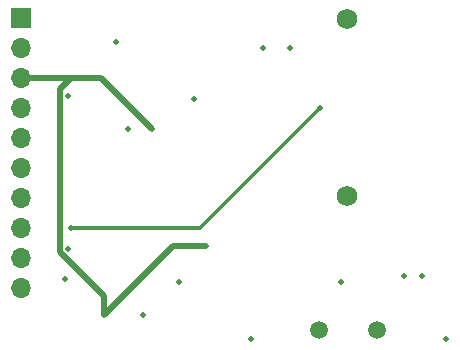
<source format=gbr>
G04 #@! TF.GenerationSoftware,KiCad,Pcbnew,(5.1.7)-1*
G04 #@! TF.CreationDate,2020-12-17T15:43:41-06:00*
G04 #@! TF.ProjectId,analog_pcb,616e616c-6f67-45f7-9063-622e6b696361,2.0*
G04 #@! TF.SameCoordinates,Original*
G04 #@! TF.FileFunction,Copper,L4,Bot*
G04 #@! TF.FilePolarity,Positive*
%FSLAX46Y46*%
G04 Gerber Fmt 4.6, Leading zero omitted, Abs format (unit mm)*
G04 Created by KiCad (PCBNEW (5.1.7)-1) date 2020-12-17 15:43:41*
%MOMM*%
%LPD*%
G01*
G04 APERTURE LIST*
G04 #@! TA.AperFunction,ComponentPad*
%ADD10O,1.700000X1.700000*%
G04 #@! TD*
G04 #@! TA.AperFunction,ComponentPad*
%ADD11R,1.700000X1.700000*%
G04 #@! TD*
G04 #@! TA.AperFunction,ComponentPad*
%ADD12C,1.750000*%
G04 #@! TD*
G04 #@! TA.AperFunction,ComponentPad*
%ADD13C,1.500000*%
G04 #@! TD*
G04 #@! TA.AperFunction,ViaPad*
%ADD14C,0.508000*%
G04 #@! TD*
G04 #@! TA.AperFunction,Conductor*
%ADD15C,0.508000*%
G04 #@! TD*
G04 #@! TA.AperFunction,Conductor*
%ADD16C,0.304800*%
G04 #@! TD*
G04 APERTURE END LIST*
D10*
X116940000Y-89700000D03*
X116940000Y-87160000D03*
X116940000Y-84620000D03*
X116940000Y-82080000D03*
X116940000Y-79540000D03*
X116940000Y-77000000D03*
X116940000Y-74460000D03*
X116940000Y-71920000D03*
X116940000Y-69380000D03*
D11*
X116940000Y-66840000D03*
D12*
X144526000Y-81922000D03*
X144526000Y-66922000D03*
D13*
X147066000Y-93218000D03*
X142186000Y-93218000D03*
D14*
X120904000Y-86360000D03*
X120650000Y-88900000D03*
X130302000Y-89154000D03*
X131572000Y-73660000D03*
X124968000Y-68834000D03*
X120904000Y-73406000D03*
X125984000Y-76200000D03*
X150876000Y-88646000D03*
X139700000Y-69342000D03*
X152908000Y-93980000D03*
X136398000Y-93980000D03*
X144018000Y-89154000D03*
X137414000Y-69342000D03*
X127254000Y-91948000D03*
X149352000Y-88646000D03*
X128016000Y-76200000D03*
X132588000Y-86106000D03*
X123952000Y-91948000D03*
X142240000Y-74422000D03*
X121158000Y-84582000D03*
D15*
X123736000Y-71920000D02*
X128016000Y-76200000D01*
X120243599Y-72872401D02*
X121196000Y-71920000D01*
X120243599Y-86676993D02*
X120243599Y-72872401D01*
X123952000Y-90385394D02*
X120243599Y-86676993D01*
X123952000Y-91948000D02*
X123952000Y-90385394D01*
X116940000Y-71920000D02*
X121196000Y-71920000D01*
X121196000Y-71920000D02*
X123736000Y-71920000D01*
X129794000Y-86106000D02*
X123952000Y-91948000D01*
X132588000Y-86106000D02*
X129794000Y-86106000D01*
D16*
X142240000Y-74422000D02*
X132080000Y-84582000D01*
X132080000Y-84582000D02*
X121158000Y-84582000D01*
M02*

</source>
